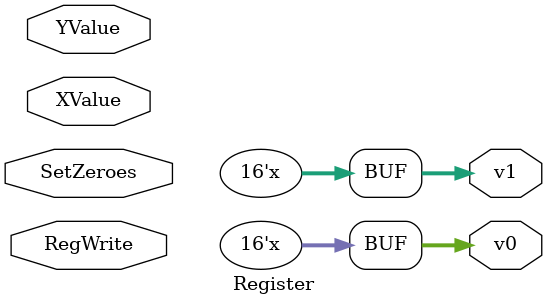
<source format=v>
`timescale 1ns / 1ps


module Register(
    input SetZeroes,
    input [15:0] XValue,
    input [15:0] YValue,
    input RegWrite,
    output reg [15:0] v0,
    output reg [15:0] v1
);

    reg [15:0] registers [2:0]; 

    initial begin
        registers[0] <= 15'd0;    //index
        registers[1] <= 15'd0;    //v0
        registers[2] <= 15'd0;    //v1
    end
    
    always @(SetZeroes, XValue, YValue, RegWrite)begin
        if (SetZeroes) begin
            registers[0] <= 15'd0;    //index
            registers[1] <= 15'd0;    //v0
            registers[2] <= 15'd0;    //v1
        end
        if (RegWrite) begin
            registers[1] <= XValue;     //v0
            registers[2] <= YValue;     //v1
        end
        
        v0 <= registers[1];
        v1 <= registers[2];
    end
    
endmodule 
</source>
